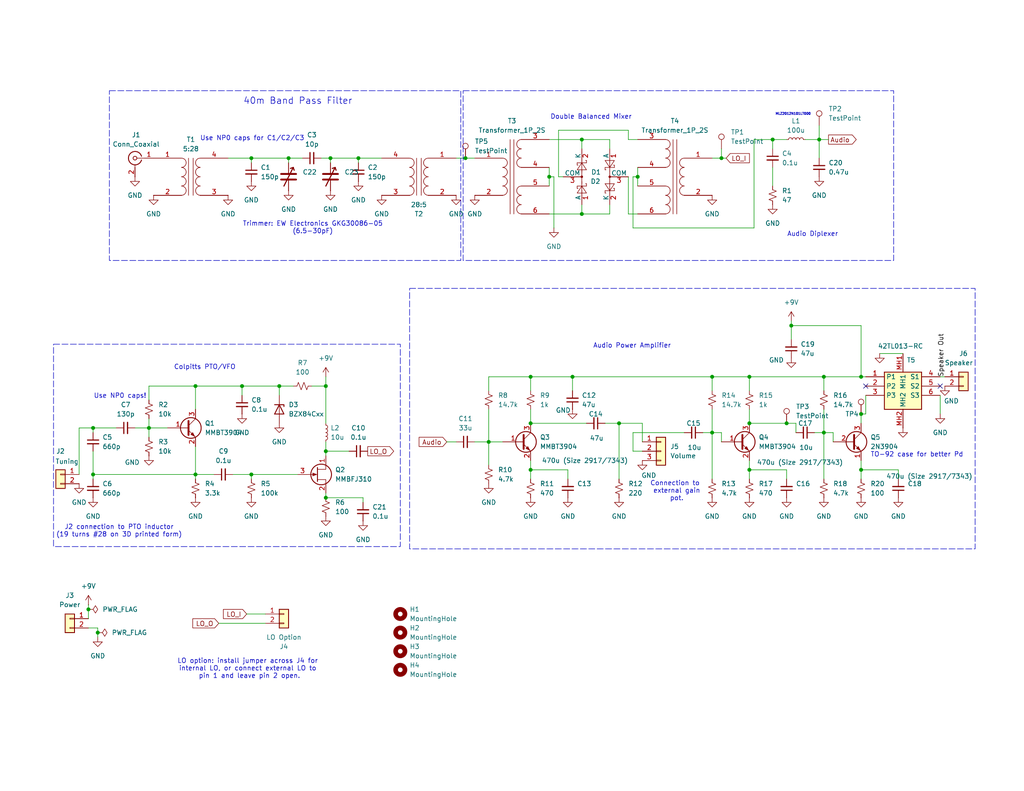
<source format=kicad_sch>
(kicad_sch (version 20231120) (generator "eeschema") (generator_version "8.0")
  (paper "USLetter")
  (title_block (title "Thomas Jefferson Direct Conversion Receiver") (date "2025-02-21") (rev "1") (company "Circuit Design by N2CQR and KK4DAS") (comment 1 "PCB By KC1FSZ") (comment 2 "Copyright (C) Bruce MacKinnon, 2025") (comment 3 "NOT FOR COMMERCIAL USE WITHOUT PERMISSION"))
  (junction (at 88.9 135.89))
  (junction (at 173.99 48.26))
  (junction (at 53.34 105.41))
  (junction (at 88.9 123.19))
  (junction (at 90.17 43.18))
  (junction (at 88.9 105.41))
  (junction (at 204.47 128.27))
  (junction (at 149.86 48.26))
  (junction (at 40.64 116.84))
  (junction (at 24.13 166.37))
  (junction (at 194.31 102.87))
  (junction (at 26.67 172.72))
  (junction (at 156.21 102.87))
  (junction (at 144.78 102.87))
  (junction (at 53.34 129.54))
  (junction (at 25.4 129.54))
  (junction (at 127 43.18))
  (junction (at 210.82 38.1))
  (junction (at 158.75 58.42))
  (junction (at 68.58 43.18))
  (junction (at 168.91 115.57))
  (junction (at 66.04 105.41))
  (junction (at 215.9 88.9))
  (junction (at 25.4 116.84))
  (junction (at 133.35 120.65))
  (junction (at 204.47 115.57))
  (junction (at 234.95 113.03))
  (junction (at 224.79 102.87))
  (junction (at 194.31 118.11))
  (junction (at 144.78 128.27))
  (junction (at 196.85 43.18))
  (junction (at 158.75 38.1))
  (junction (at 234.95 128.27))
  (junction (at 204.47 102.87))
  (junction (at 76.2 105.41))
  (junction (at 144.78 115.57))
  (junction (at 78.74 43.18))
  (junction (at 234.95 102.87))
  (junction (at 68.58 129.54))
  (junction (at 224.79 118.11))
  (junction (at 223.52 38.1))
  (junction (at 97.79 43.18))
  (junction (at 214.63 115.57))
  (no_connect (at 236.22 105.41))
  (no_connect (at 256.54 105.41))
  (wire (pts (xy 40.64 116.84) (xy 45.72 116.84)))
  (wire (pts (xy 97.79 43.18) (xy 104.14 43.18)))
  (wire (pts (xy 25.4 129.54) (xy 53.34 129.54)))
  (wire (pts (xy 53.34 105.41) (xy 53.34 111.76)))
  (wire (pts (xy 144.78 111.76) (xy 144.78 115.57)))
  (wire (pts (xy 168.91 115.57) (xy 175.26 115.57)))
  (wire (pts (xy 124.46 43.18) (xy 127 43.18)))
  (wire (pts (xy 227.33 118.11) (xy 227.33 120.65)))
  (wire (pts (xy 205.74 62.23) (xy 205.74 38.1)))
  (wire (pts (xy 40.64 116.84) (xy 40.64 119.38)))
  (wire (pts (xy 26.67 172.72) (xy 26.67 173.99)))
  (wire (pts (xy 196.85 40.64) (xy 196.85 43.18)))
  (wire (pts (xy 204.47 128.27) (xy 204.47 130.81)))
  (wire (pts (xy 204.47 125.73) (xy 204.47 128.27)))
  (wire (pts (xy 62.23 43.18) (xy 68.58 43.18)))
  (wire (pts (xy 24.13 171.45) (xy 26.67 171.45)))
  (wire (pts (xy 234.95 128.27) (xy 245.11 128.27)))
  (wire (pts (xy 25.4 118.11) (xy 25.4 116.84)))
  (wire (pts (xy 166.37 38.1) (xy 158.75 38.1)))
  (wire (pts (xy 236.22 113.03) (xy 234.95 113.03)))
  (wire (pts (xy 166.37 55.88) (xy 166.37 58.42)))
  (wire (pts (xy 151.13 62.23) (xy 151.13 48.26)))
  (wire (pts (xy 240.03 96.52) (xy 246.38 96.52)))
  (wire (pts (xy 175.26 123.19) (xy 172.72 123.19)))
  (wire (pts (xy 88.9 123.19) (xy 95.25 123.19)))
  (wire (pts (xy 204.47 106.68) (xy 204.47 102.87)))
  (wire (pts (xy 256.54 107.95) (xy 256.54 113.03)))
  (wire (pts (xy 222.25 118.11) (xy 224.79 118.11)))
  (wire (pts (xy 234.95 125.73) (xy 234.95 128.27)))
  (wire (pts (xy 234.95 128.27) (xy 234.95 130.81)))
  (wire (pts (xy 204.47 128.27) (xy 214.63 128.27)))
  (wire (pts (xy 68.58 129.54) (xy 81.28 129.54)))
  (wire (pts (xy 171.45 58.42) (xy 171.45 48.26)))
  (wire (pts (xy 158.75 58.42) (xy 158.75 55.88)))
  (wire (pts (xy 144.78 115.57) (xy 160.02 115.57)))
  (wire (pts (xy 224.79 106.68) (xy 224.79 102.87)))
  (wire (pts (xy 151.13 48.26) (xy 149.86 48.26)))
  (wire (pts (xy 88.9 105.41) (xy 88.9 115.57)))
  (wire (pts (xy 156.21 102.87) (xy 194.31 102.87)))
  (wire (pts (xy 224.79 118.11) (xy 227.33 118.11)))
  (wire (pts (xy 256.54 102.87) (xy 257.81 102.87)))
  (wire (pts (xy 144.78 128.27) (xy 154.94 128.27)))
  (wire (pts (xy 154.94 130.81) (xy 154.94 128.27)))
  (wire (pts (xy 53.34 105.41) (xy 66.04 105.41)))
  (wire (pts (xy 168.91 115.57) (xy 168.91 130.81)))
  (wire (pts (xy 76.2 105.41) (xy 76.2 107.95)))
  (wire (pts (xy 171.45 38.1) (xy 173.99 38.1)))
  (wire (pts (xy 68.58 43.18) (xy 68.58 44.45)))
  (wire (pts (xy 129.54 120.65) (xy 133.35 120.65)))
  (wire (pts (xy 78.74 43.18) (xy 78.74 44.45)))
  (wire (pts (xy 217.17 118.11) (xy 217.17 115.57)))
  (wire (pts (xy 191.77 118.11) (xy 194.31 118.11)))
  (wire (pts (xy 172.72 62.23) (xy 205.74 62.23)))
  (wire (pts (xy 210.82 45.72) (xy 210.82 50.8)))
  (wire (pts (xy 214.63 115.57) (xy 217.17 115.57)))
  (wire (pts (xy 223.52 34.29) (xy 223.52 38.1)))
  (wire (pts (xy 223.52 38.1) (xy 223.52 43.18)))
  (wire (pts (xy 210.82 38.1) (xy 214.63 38.1)))
  (wire (pts (xy 224.79 102.87) (xy 234.95 102.87)))
  (wire (pts (xy 88.9 134.62) (xy 88.9 135.89)))
  (wire (pts (xy 172.72 123.19) (xy 172.72 118.11)))
  (wire (pts (xy 90.17 43.18) (xy 97.79 43.18)))
  (wire (pts (xy 25.4 129.54) (xy 25.4 130.81)))
  (wire (pts (xy 166.37 40.64) (xy 166.37 38.1)))
  (wire (pts (xy 25.4 123.19) (xy 25.4 129.54)))
  (wire (pts (xy 194.31 118.11) (xy 196.85 118.11)))
  (wire (pts (xy 172.72 118.11) (xy 186.69 118.11)))
  (wire (pts (xy 149.86 58.42) (xy 158.75 58.42)))
  (wire (pts (xy 149.86 48.26) (xy 149.86 50.8)))
  (wire (pts (xy 215.9 87.63) (xy 215.9 88.9)))
  (wire (pts (xy 90.17 43.18) (xy 90.17 44.45)))
  (wire (pts (xy 76.2 105.41) (xy 80.01 105.41)))
  (wire (pts (xy 224.79 111.76) (xy 224.79 118.11)))
  (wire (pts (xy 53.34 129.54) (xy 58.42 129.54)))
  (wire (pts (xy 175.26 115.57) (xy 175.26 120.65)))
  (wire (pts (xy 204.47 111.76) (xy 204.47 115.57)))
  (wire (pts (xy 133.35 120.65) (xy 137.16 120.65)))
  (wire (pts (xy 149.86 38.1) (xy 158.75 38.1)))
  (wire (pts (xy 224.79 118.11) (xy 224.79 130.81)))
  (wire (pts (xy 149.86 45.72) (xy 149.86 48.26)))
  (wire (pts (xy 204.47 115.57) (xy 214.63 115.57)))
  (wire (pts (xy 87.63 43.18) (xy 90.17 43.18)))
  (wire (pts (xy 25.4 116.84) (xy 31.75 116.84)))
  (wire (pts (xy 133.35 120.65) (xy 133.35 127)))
  (wire (pts (xy 53.34 121.92) (xy 53.34 129.54)))
  (wire (pts (xy 88.9 120.65) (xy 88.9 123.19)))
  (wire (pts (xy 36.83 116.84) (xy 40.64 116.84)))
  (wire (pts (xy 21.59 129.54) (xy 21.59 116.84)))
  (wire (pts (xy 156.21 106.68) (xy 156.21 102.87)))
  (wire (pts (xy 144.78 128.27) (xy 144.78 130.81)))
  (wire (pts (xy 40.64 109.22) (xy 40.64 105.41)))
  (wire (pts (xy 194.31 43.18) (xy 196.85 43.18)))
  (wire (pts (xy 210.82 40.64) (xy 210.82 38.1)))
  (wire (pts (xy 196.85 118.11) (xy 196.85 120.65)))
  (wire (pts (xy 173.99 58.42) (xy 171.45 58.42)))
  (wire (pts (xy 68.58 43.18) (xy 78.74 43.18)))
  (wire (pts (xy 88.9 123.19) (xy 88.9 124.46)))
  (wire (pts (xy 173.99 48.26) (xy 172.72 48.26)))
  (wire (pts (xy 156.21 102.87) (xy 144.78 102.87)))
  (wire (pts (xy 214.63 130.81) (xy 214.63 128.27)))
  (wire (pts (xy 234.95 113.03) (xy 234.95 115.57)))
  (wire (pts (xy 194.31 106.68) (xy 194.31 102.87)))
  (wire (pts (xy 24.13 165.1) (xy 24.13 166.37)))
  (wire (pts (xy 66.04 105.41) (xy 76.2 105.41)))
  (wire (pts (xy 40.64 105.41) (xy 53.34 105.41)))
  (wire (pts (xy 24.13 166.37) (xy 24.13 168.91)))
  (wire (pts (xy 234.95 102.87) (xy 236.22 102.87)))
  (wire (pts (xy 173.99 48.26) (xy 173.99 50.8)))
  (wire (pts (xy 234.95 88.9) (xy 234.95 102.87)))
  (wire (pts (xy 166.37 58.42) (xy 158.75 58.42)))
  (wire (pts (xy 63.5 129.54) (xy 68.58 129.54)))
  (wire (pts (xy 97.79 43.18) (xy 97.79 44.45)))
  (wire (pts (xy 53.34 129.54) (xy 53.34 130.81)))
  (wire (pts (xy 236.22 107.95) (xy 236.22 113.03)))
  (wire (pts (xy 194.31 118.11) (xy 194.31 130.81)))
  (wire (pts (xy 215.9 88.9) (xy 234.95 88.9)))
  (wire (pts (xy 144.78 102.87) (xy 144.78 106.68)))
  (wire (pts (xy 204.47 102.87) (xy 224.79 102.87)))
  (wire (pts (xy 152.4 35.56) (xy 171.45 35.56)))
  (wire (pts (xy 152.4 48.26) (xy 152.4 35.56)))
  (wire (pts (xy 173.99 45.72) (xy 173.99 48.26)))
  (wire (pts (xy 26.67 171.45) (xy 26.67 172.72)))
  (wire (pts (xy 133.35 102.87) (xy 144.78 102.87)))
  (wire (pts (xy 144.78 125.73) (xy 144.78 128.27)))
  (wire (pts (xy 196.85 43.18) (xy 198.12 43.18)))
  (wire (pts (xy 85.09 105.41) (xy 88.9 105.41)))
  (wire (pts (xy 194.31 102.87) (xy 204.47 102.87)))
  (wire (pts (xy 68.58 129.54) (xy 68.58 130.81)))
  (wire (pts (xy 66.04 105.41) (xy 66.04 107.95)))
  (wire (pts (xy 21.59 116.84) (xy 25.4 116.84)))
  (wire (pts (xy 127 43.18) (xy 129.54 43.18)))
  (wire (pts (xy 133.35 111.76) (xy 133.35 120.65)))
  (wire (pts (xy 223.52 38.1) (xy 226.06 38.1)))
  (wire (pts (xy 59.69 170.18) (xy 72.39 170.18)))
  (wire (pts (xy 88.9 102.87) (xy 88.9 105.41)))
  (wire (pts (xy 171.45 35.56) (xy 171.45 38.1)))
  (wire (pts (xy 121.92 120.65) (xy 124.46 120.65)))
  (wire (pts (xy 165.1 115.57) (xy 168.91 115.57)))
  (wire (pts (xy 78.74 43.18) (xy 82.55 43.18)))
  (wire (pts (xy 172.72 48.26) (xy 172.72 62.23)))
  (wire (pts (xy 40.64 114.3) (xy 40.64 116.84)))
  (wire (pts (xy 205.74 38.1) (xy 210.82 38.1)))
  (wire (pts (xy 245.11 130.81) (xy 245.11 128.27)))
  (wire (pts (xy 67.31 167.64) (xy 72.39 167.64)))
  (wire (pts (xy 194.31 111.76) (xy 194.31 118.11)))
  (wire (pts (xy 153.67 48.26) (xy 152.4 48.26)))
  (wire (pts (xy 99.06 135.89) (xy 88.9 135.89)))
  (wire (pts (xy 158.75 38.1) (xy 158.75 40.64)))
  (wire (pts (xy 133.35 106.68) (xy 133.35 102.87)))
  (wire (pts (xy 219.71 38.1) (xy 223.52 38.1)))
  (wire (pts (xy 99.06 137.16) (xy 99.06 135.89)))
  (wire (pts (xy 215.9 88.9) (xy 215.9 92.71)))
  (rectangle (start 111.76 78.74) (end 266.065 149.86) (stroke (width 0) (type dash)))
  (rectangle (start 14.605 93.98) (end 109.22 149.225) (stroke (width 0) (type dash)))
  (rectangle (start 29.845 24.765) (end 125.73 71.12) (stroke (width 0) (type dash)))
  (rectangle (start 126.365 24.765) (end 243.84 71.12) (stroke (width 0) (type dash)))
  (text "Trimmer: EW Electronics GKG30086-05\n(6.5-30pF)\n" (at 85.344 62.23 0) (effects (font (size 1.27 1.27))))
  (text "Audio Diplexer" (at 221.742 64.008 0) (effects (font (size 1.27 1.27))))
  (text "MLZ2012N101LT000" (at 216.408 31.242 0) (effects (font (size 0.635 0.635))))
  (text "40m Band Pass Filter" (at 81.28 27.686 0) (effects (font (size 1.778 1.778))))
  (text "LO option: install jumper across J4 for \ninternal LO, or connect external LO to \npin 1 and leave pin 2 open." (at 68.072 182.626 0) (effects (font (size 1.27 1.27))))
  (text "J2 connection to PTO inductor\n(19 turns #28 on 3D printed form)" (at 32.512 145.034 0) (effects (font (size 1.27 1.27))))
  (text "Use NP0 caps for C1/C2/C3" (at 68.834 37.846 0) (effects (font (size 1.27 1.27))))
  (text "Colpitts PTO/VFO" (at 55.88 100.33 0) (effects (font (size 1.27 1.27))))
  (text "Connection to \nexternal gain\npot." (at 184.658 134.112 0) (effects (font (size 1.27 1.27))))
  (text "Double Balanced Mixer" (at 161.29 32.004 0) (effects (font (size 1.27 1.27))))
  (text "Use NP0 caps!" (at 32.766 108.204 0) (effects (font (size 1.27 1.27))))
  (text "Audio Power Amplifier" (at 172.466 94.488 0) (effects (font (size 1.27 1.27))))
  (text "TO-92 case for better Pd" (at 250.19 124.206 0) (effects (font (size 1.27 1.27))))
  (label "Speaker Out" (at 257.81 102.87 90))
  (global_label "LO_I" (shape input) (at 67.31 167.64 180) (property "Intersheetrefs" "${INTERSHEET_REFS}" (effects (hide yes))))
  (global_label "LO_I" (shape input) (at 198.12 43.18 0) (property "Intersheetrefs" "${INTERSHEET_REFS}" (effects (hide yes))))
  (global_label "Audio" (shape input) (at 121.92 120.65 180) (property "Intersheetrefs" "${INTERSHEET_REFS}" (effects (hide yes))))
  (global_label "LO_O" (shape output) (at 100.33 123.19 0) (property "Intersheetrefs" "${INTERSHEET_REFS}" (effects (hide yes))))
  (global_label "Audio" (shape output) (at 226.06 38.1 0) (property "Intersheetrefs" "${INTERSHEET_REFS}" (effects (hide yes))))
  (global_label "LO_O" (shape input) (at 59.69 170.18 180) (property "Intersheetrefs" "${INTERSHEET_REFS}" (effects (hide yes))))
  (symbol (lib_id "Device:R_Small_US") (at 144.78 133.35 0) (unit 1)
    (property "Reference" "R11" (at 147.32 132.0799 0) (effects (justify left)))
    (property "Value" "470" (at 147.32 134.6199 0) (effects (justify left)))
    (property "Footprint" "Resistor_SMD:R_0805_2012Metric_Pad1.20x1.40mm_HandSolder" (effects (hide yes)))
    (property "Description" "Resistor, small US symbol" (effects (hide yes)))
  )
  (symbol (lib_id "Device:R_Small_US") (at 68.58 133.35 0) (unit 1)
    (property "Reference" "R5" (at 71.12 132.0799 0) (effects (justify left)))
    (property "Value" "100k" (at 71.12 134.6199 0) (effects (justify left)))
    (property "Footprint" "Resistor_SMD:R_0805_2012Metric_Pad1.20x1.40mm_HandSolder" (effects (hide yes)))
    (property "Description" "Resistor, small US symbol" (effects (hide yes)))
  )
  (symbol (lib_id "Device:Transformer_1P_2S") (at 139.7 48.26 0) (unit 1)
    (property "Reference" "T3" (at 139.7 33.02 0))
    (property "Value" "Transformer_1P_2S" (at 139.7 35.56 0))
    (property "Footprint" "bruce-footprints:SmallTrifilar" (effects (hide yes)))
    (property "Description" "Transformer, single primary, dual secondary" (effects (hide yes)))
  )
  (symbol (lib_id "Mechanical:MountingHole") (at 109.22 172.72 0) (unit 1) (exclude_from_sim yes) (in_bom no)
    (property "Reference" "H2" (at 111.76 171.4499 0) (effects (justify left)))
    (property "Value" "MountingHole" (at 111.76 173.9899 0) (effects (justify left)))
    (property "Footprint" "MountingHole:MountingHole_2.5mm" (effects (hide yes)))
    (property "Description" "Mounting Hole without connection" (effects (hide yes)))
  )
  (symbol (lib_id "power:+9V") (at 24.13 165.1 0) (unit 1)
    (property "Reference" "#PWR022" (effects (hide yes)))
    (property "Value" "+9V" (at 24.13 160.02 0))
    (property "Description" "Power symbol creates a global label with name \"+9V\"" (effects (hide yes)))
  )
  (symbol (lib_id "Diode:BZX84Cxx") (at 76.2 111.76 270) (unit 1)
    (property "Reference" "D3" (at 78.74 110.4899 90) (effects (justify left)))
    (property "Value" "BZX84Cxx" (at 78.74 113.0299 90) (effects (justify left)))
    (property "Footprint" "Package_TO_SOT_SMD:SOT-23" (effects (hide yes)))
    (property "Datasheet" "https://diotec.com/tl_files/diotec/files/pdf/datasheets/bzx84c2v4.pdf" (effects (hide yes)))
    (property "Description" "300mW Zener Diode, SOT-23" (effects (hide yes)))
  )
  (symbol (lib_id "power:GND") (at 240.03 96.52 0) (unit 1)
    (property "Reference" "#PWR044" (effects (hide yes)))
    (property "Value" "GND" (effects (hide yes)))
    (property "Description" "Power symbol creates a global label with name \"GND\" , ground" (effects (hide yes)))
  )
  (symbol (lib_id "power:GND") (at 53.34 135.89 0) (unit 1)
    (property "Reference" "#PWR015" (effects (hide yes)))
    (property "Value" "GND" (at 53.34 140.97 0))
    (property "Description" "Power symbol creates a global label with name \"GND\" , ground" (effects (hide yes)))
  )
  (symbol (lib_id "power:GND") (at 154.94 135.89 0) (unit 1)
    (property "Reference" "#PWR025" (effects (hide yes)))
    (property "Value" "GND" (at 154.94 140.97 0))
    (property "Description" "Power symbol creates a global label with name \"GND\" , ground" (effects (hide yes)))
  )
  (symbol (lib_id "Transistor_BJT:2N3904") (at 232.41 120.65 0) (unit 1)
    (property "Reference" "Q5" (at 237.49 119.3799 0) (effects (justify left)))
    (property "Value" "2N3904" (at 237.49 121.9199 0) (effects (justify left)))
    (property "Footprint" "Package_TO_SOT_THT:TO-92_Inline" (effects (hide yes)))
    (property "Datasheet" "https://www.onsemi.com/pub/Collateral/2N3903-D.PDF" (effects (hide yes)))
    (property "Description" "0.2A Ic, 40V Vce, Small Signal NPN Transistor, TO-92" (effects (hide yes)))
  )
  (symbol (lib_id "Device:C_Small") (at 245.11 133.35 180) (unit 1)
    (property "Reference" "C18" (at 247.65 132.0735 0) (effects (justify right)))
    (property "Value" "470u (Size 2917/7343)" (at 241.808 130.048 0) (effects (justify right)))
    (property "Footprint" "bruce-footprints:CP_EIA-7343" (effects (hide yes)))
    (property "Description" "Unpolarized capacitor, small symbol" (effects (hide yes)))
  )
  (symbol (lib_id "power:GND") (at 194.31 135.89 0) (unit 1)
    (property "Reference" "#PWR027" (effects (hide yes)))
    (property "Value" "GND" (at 194.31 140.97 0))
    (property "Description" "Power symbol creates a global label with name \"GND\" , ground" (effects (hide yes)))
  )
  (symbol (lib_id "Device:Transformer_1P_1S") (at 114.3 48.26 0) (mirror y) (unit 1)
    (property "Reference" "T2" (at 114.2873 58.42 0))
    (property "Value" "28:5" (at 114.2873 55.88 0))
    (property "Footprint" "Transformer_THT:Transformer_Toroid_Horizontal_D9.0mm_Amidon-T30" (effects (hide yes)))
    (property "Description" "Transformer, single primary, single secondary" (effects (hide yes)))
  )
  (symbol (lib_id "Device:C_Small") (at 154.94 133.35 180) (unit 1)
    (property "Reference" "C13" (at 157.48 132.0735 0) (effects (justify right)))
    (property "Value" "470u (Size 2917/7343)" (at 147.828 125.73 0) (effects (justify right)))
    (property "Footprint" "bruce-footprints:CP_EIA-7343" (effects (hide yes)))
    (property "Description" "Unpolarized capacitor, small symbol" (effects (hide yes)))
  )
  (symbol (lib_id "Device:L_Small") (at 217.17 38.1 90) (unit 1)
    (property "Reference" "L1" (at 217.17 33.02 90))
    (property "Value" "100u" (at 217.17 35.56 90))
    (property "Footprint" "Inductor_SMD:L_1210_3225Metric_Pad1.42x2.65mm_HandSolder" (effects (hide yes)))
    (property "Description" "Inductor, small symbol" (effects (hide yes)))
  )
  (symbol (lib_id "Connector:Conn_Coaxial") (at 36.83 43.18 0) (mirror y) (unit 1)
    (property "Reference" "J1" (at 37.1474 36.83 0))
    (property "Value" "Conn_Coaxial" (at 37.1474 39.37 0))
    (property "Footprint" "Connector_PinHeader_2.54mm:PinHeader_1x02_P2.54mm_Vertical" (effects (hide yes)))
    (property "Description" "coaxial connector (BNC, SMA, SMB, SMC, Cinch/RCA, LEMO, ...)" (effects (hide yes)))
  )
  (symbol (lib_id "Device:C_Small") (at 85.09 43.18 90) (unit 1)
    (property "Reference" "C3" (at 85.0963 36.83 90))
    (property "Value" "10p" (at 85.0963 39.37 90))
    (property "Footprint" "Capacitor_SMD:C_0805_2012Metric_Pad1.18x1.45mm_HandSolder" (effects (hide yes)))
    (property "Description" "Unpolarized capacitor, small symbol" (effects (hide yes)))
  )
  (symbol (lib_id "power:+9V") (at 88.9 102.87 0) (unit 1)
    (property "Reference" "#PWR020" (effects (hide yes)))
    (property "Value" "+9V" (at 88.9 97.79 0))
    (property "Description" "Power symbol creates a global label with name \"+9V\"" (effects (hide yes)))
  )
  (symbol (lib_id "power:GND") (at 78.74 52.07 0) (unit 1)
    (property "Reference" "#PWR041" (effects (hide yes)))
    (property "Value" "GND" (at 78.74 57.15 0))
    (property "Description" "Power symbol creates a global label with name \"GND\" , ground" (effects (hide yes)))
  )
  (symbol (lib_id "Device:C_Small") (at 162.56 115.57 270) (unit 1)
    (property "Reference" "C14" (at 162.56 113.03 90))
    (property "Value" "47u" (at 162.814 119.634 90))
    (property "Footprint" "Capacitor_SMD:C_0805_2012Metric_Pad1.18x1.45mm_HandSolder" (effects (hide yes)))
    (property "Description" "Unpolarized capacitor, small symbol" (effects (hide yes)))
  )
  (symbol (lib_id "Device:C_Small") (at 97.79 123.19 90) (unit 1)
    (property "Reference" "C10" (at 97.7963 116.84 90))
    (property "Value" "0.1u" (at 97.7963 119.38 90))
    (property "Footprint" "Capacitor_SMD:C_0805_2012Metric_Pad1.18x1.45mm_HandSolder" (effects (hide yes)))
    (property "Description" "Unpolarized capacitor, small symbol" (effects (hide yes)))
  )
  (symbol (lib_id "power:GND") (at 151.13 62.23 0) (unit 1)
    (property "Reference" "#PWR09" (effects (hide yes)))
    (property "Value" "GND" (at 151.13 67.31 0))
    (property "Description" "Power symbol creates a global label with name \"GND\" , ground" (effects (hide yes)))
  )
  (symbol (lib_id "Device:R_Small_US") (at 40.64 121.92 0) (unit 1)
    (property "Reference" "R3" (at 43.18 120.6499 0) (effects (justify left)))
    (property "Value" "10k" (at 43.18 123.1899 0) (effects (justify left)))
    (property "Footprint" "Resistor_SMD:R_0805_2012Metric_Pad1.20x1.40mm_HandSolder" (effects (hide yes)))
    (property "Description" "Resistor, small US symbol" (effects (hide yes)))
  )
  (symbol (lib_id "Connector:TestPoint") (at 214.63 115.57 0) (unit 1)
    (property "Reference" "TP3" (at 217.17 110.9979 0) (effects (justify left)))
    (property "Value" "TestPoint" (at 217.17 113.5379 0) (effects (justify left)))
    (property "Footprint" "TestPoint:TestPoint_Pad_1.5x1.5mm" (effects (hide yes)))
    (property "Description" "test point" (effects (hide yes)))
  )
  (symbol (lib_id "power:GND") (at 68.58 135.89 0) (unit 1)
    (property "Reference" "#PWR018" (effects (hide yes)))
    (property "Value" "GND" (at 68.58 140.97 0))
    (property "Description" "Power symbol creates a global label with name \"GND\" , ground" (effects (hide yes)))
  )
  (symbol (lib_id "Device:R_Small_US") (at 204.47 133.35 0) (unit 1)
    (property "Reference" "R17" (at 207.01 132.0799 0) (effects (justify left)))
    (property "Value" "470" (at 207.01 134.6199 0) (effects (justify left)))
    (property "Footprint" "Resistor_SMD:R_0805_2012Metric_Pad1.20x1.40mm_HandSolder" (effects (hide yes)))
    (property "Description" "Resistor, small US symbol" (effects (hide yes)))
  )
  (symbol (lib_id "Device:C_Small") (at 215.9 95.25 180) (unit 1)
    (property "Reference" "C19" (at 218.44 93.9735 0) (effects (justify right)))
    (property "Value" "47u" (at 218.44 96.5135 0) (effects (justify right)))
    (property "Footprint" "Capacitor_SMD:C_0805_2012Metric_Pad1.18x1.45mm_HandSolder" (effects (hide yes)))
    (property "Description" "Unpolarized capacitor, small symbol" (effects (hide yes)))
  )
  (symbol (lib_id "power:GND") (at 234.95 135.89 0) (unit 1)
    (property "Reference" "#PWR033" (effects (hide yes)))
    (property "Value" "GND" (at 234.95 140.97 0))
    (property "Description" "Power symbol creates a global label with name \"GND\" , ground" (effects (hide yes)))
  )
  (symbol (lib_id "Device:R_Small_US") (at 168.91 133.35 0) (unit 1)
    (property "Reference" "R12" (at 171.45 132.0799 0) (effects (justify left)))
    (property "Value" "220" (at 171.45 134.6199 0) (effects (justify left)))
    (property "Footprint" "Resistor_SMD:R_0805_2012Metric_Pad1.20x1.40mm_HandSolder" (effects (hide yes)))
    (property "Description" "Resistor, small US symbol" (effects (hide yes)))
  )
  (symbol (lib_id "Device:R_Small_US") (at 210.82 53.34 0) (unit 1)
    (property "Reference" "R1" (at 213.36 52.0699 0) (effects (justify left)))
    (property "Value" "47" (at 213.36 54.6099 0) (effects (justify left)))
    (property "Footprint" "Resistor_SMD:R_0805_2012Metric_Pad1.20x1.40mm_HandSolder" (effects (hide yes)))
    (property "Description" "Resistor, small US symbol" (effects (hide yes)))
  )
  (symbol (lib_id "Device:R_Small_US") (at 133.35 109.22 0) (unit 1)
    (property "Reference" "R8" (at 135.89 107.9499 0) (effects (justify left)))
    (property "Value" "14.7k" (at 135.89 110.4899 0) (effects (justify left)))
    (property "Footprint" "Resistor_SMD:R_0805_2012Metric_Pad1.20x1.40mm_HandSolder" (effects (hide yes)))
    (property "Description" "Resistor, small US symbol" (effects (hide yes)))
  )
  (symbol (lib_id "power:GND") (at 223.52 48.26 0) (unit 1)
    (property "Reference" "#PWR039" (effects (hide yes)))
    (property "Value" "GND" (at 223.52 53.34 0))
    (property "Description" "Power symbol creates a global label with name \"GND\" , ground" (effects (hide yes)))
  )
  (symbol (lib_id "power:GND") (at 133.35 132.08 0) (unit 1)
    (property "Reference" "#PWR023" (effects (hide yes)))
    (property "Value" "GND" (at 133.35 137.16 0))
    (property "Description" "Power symbol creates a global label with name \"GND\" , ground" (effects (hide yes)))
  )
  (symbol (lib_id "Device:C_Small") (at 25.4 133.35 0) (unit 1)
    (property "Reference" "C6" (at 27.94 132.0862 0) (effects (justify left)))
    (property "Value" "660p" (at 27.94 134.6262 0) (effects (justify left)))
    (property "Footprint" "Capacitor_SMD:C_0805_2012Metric_Pad1.18x1.45mm_HandSolder" (effects (hide yes)))
    (property "Description" "Unpolarized capacitor, small symbol" (effects (hide yes)))
  )
  (symbol (lib_id "Device:R_Small_US") (at 82.55 105.41 90) (unit 1)
    (property "Reference" "R7" (at 82.55 99.06 90))
    (property "Value" "100" (at 82.55 101.6 90))
    (property "Footprint" "Resistor_SMD:R_0805_2012Metric_Pad1.20x1.40mm_HandSolder" (effects (hide yes)))
    (property "Description" "Resistor, small US symbol" (effects (hide yes)))
  )
  (symbol (lib_id "Mechanical:MountingHole") (at 109.22 167.64 0) (unit 1) (exclude_from_sim yes) (in_bom no)
    (property "Reference" "H1" (at 111.76 166.3699 0) (effects (justify left)))
    (property "Value" "MountingHole" (at 111.76 168.9099 0) (effects (justify left)))
    (property "Footprint" "MountingHole:MountingHole_2.5mm" (effects (hide yes)))
    (property "Description" "Mounting Hole without connection" (effects (hide yes)))
  )
  (symbol (lib_id "symbol-library-1:MMBFJ310") (at 86.36 129.54 0) (unit 1)
    (property "Reference" "Q2" (at 91.44 128.2699 0) (effects (justify left)))
    (property "Value" "MMBFJ310" (at 91.44 130.8099 0) (effects (justify left)))
    (property "Footprint" "Package_TO_SOT_SMD:SOT-23" (effects (hide yes)))
    (property "Description" "N-Channel JFET, SOT-23" (effects (hide yes)))
  )
  (symbol (lib_id "power:GND") (at 26.67 173.99 0) (unit 1)
    (property "Reference" "#PWR021" (effects (hide yes)))
    (property "Value" "GND" (at 26.67 179.07 0))
    (property "Description" "Power symbol creates a global label with name \"GND\" , ground" (effects (hide yes)))
  )
  (symbol (lib_id "Device:C_Small") (at 219.71 118.11 270) (unit 1)
    (property "Reference" "C17" (at 219.71 115.57 90))
    (property "Value" "10u" (at 219.964 122.174 90))
    (property "Footprint" "Capacitor_SMD:C_0805_2012Metric_Pad1.18x1.45mm_HandSolder" (effects (hide yes)))
    (property "Description" "Unpolarized capacitor, small symbol" (effects (hide yes)))
  )
  (symbol (lib_id "power:GND") (at 144.78 135.89 0) (unit 1)
    (property "Reference" "#PWR024" (effects (hide yes)))
    (property "Value" "GND" (at 144.78 140.97 0))
    (property "Description" "Power symbol creates a global label with name \"GND\" , ground" (effects (hide yes)))
  )
  (symbol (lib_id "power:GND") (at 168.91 135.89 0) (unit 1)
    (property "Reference" "#PWR026" (effects (hide yes)))
    (property "Value" "GND" (at 168.91 140.97 0))
    (property "Description" "Power symbol creates a global label with name \"GND\" , ground" (effects (hide yes)))
  )
  (symbol (lib_id "power:GND") (at 245.11 135.89 0) (unit 1)
    (property "Reference" "#PWR034" (effects (hide yes)))
    (property "Value" "GND" (at 245.11 140.97 0))
    (property "Description" "Power symbol creates a global label with name \"GND\" , ground" (effects (hide yes)))
  )
  (symbol (lib_id "Connector_Generic:Conn_01x02") (at 77.47 167.64 0) (unit 1)
    (property "Reference" "J4" (at 77.47 176.53 0))
    (property "Value" "LO Option" (at 77.47 173.99 0))
    (property "Footprint" "Connector_PinHeader_2.54mm:PinHeader_1x02_P2.54mm_Vertical" (effects (hide yes)))
    (property "Description" "Generic connector, single row, 01x02, script generated (kicad-library-utils/schlib/autogen/connector/)" (effects (hide yes)))
  )
  (symbol (lib_id "Connector_Generic:Conn_01x03") (at 180.34 123.19 0) (unit 1)
    (property "Reference" "J5" (at 182.88 121.9199 0) (effects (justify left)))
    (property "Value" "Volume" (at 182.88 124.4599 0) (effects (justify left)))
    (property "Footprint" "Connector_PinHeader_2.54mm:PinHeader_1x03_P2.54mm_Vertical" (effects (hide yes)))
    (property "Description" "Generic connector, single row, 01x03, script generated (kicad-library-utils/schlib/autogen/connector/)" (effects (hide yes)))
  )
  (symbol (lib_id "Mechanical:MountingHole") (at 109.22 182.88 0) (unit 1) (exclude_from_sim yes) (in_bom no)
    (property "Reference" "H4" (at 111.76 181.6099 0) (effects (justify left)))
    (property "Value" "MountingHole" (at 111.76 184.1499 0) (effects (justify left)))
    (property "Footprint" "MountingHole:MountingHole_2.5mm" (effects (hide yes)))
    (property "Description" "Mounting Hole without connection" (effects (hide yes)))
  )
  (symbol (lib_id "power:GND") (at 62.23 53.34 0) (unit 1)
    (property "Reference" "#PWR03" (effects (hide yes)))
    (property "Value" "GND" (at 62.23 58.42 0))
    (property "Description" "Power symbol creates a global label with name \"GND\" , ground" (effects (hide yes)))
  )
  (symbol (lib_id "power:GND") (at 210.82 55.88 0) (unit 1)
    (property "Reference" "#PWR011" (effects (hide yes)))
    (property "Value" "GND" (at 210.82 60.96 0))
    (property "Description" "Power symbol creates a global label with name \"GND\" , ground" (effects (hide yes)))
  )
  (symbol (lib_id "Connector:TestPoint") (at 127 43.18 0) (unit 1)
    (property "Reference" "TP5" (at 129.54 38.6079 0) (effects (justify left)))
    (property "Value" "TestPoint" (at 129.54 41.1479 0) (effects (justify left)))
    (property "Footprint" "TestPoint:TestPoint_Pad_1.5x1.5mm" (effects (hide yes)))
    (property "Description" "test point" (effects (hide yes)))
  )
  (symbol (lib_id "power:GND") (at 224.79 135.89 0) (unit 1)
    (property "Reference" "#PWR032" (effects (hide yes)))
    (property "Value" "GND" (at 224.79 140.97 0))
    (property "Description" "Power symbol creates a global label with name \"GND\" , ground" (effects (hide yes)))
  )
  (symbol (lib_id "Device:C_Small") (at 25.4 120.65 0) (unit 1)
    (property "Reference" "C5" (at 27.94 119.3862 0) (effects (justify left)))
    (property "Value" "660p" (at 27.94 121.9262 0) (effects (justify left)))
    (property "Footprint" "Capacitor_SMD:C_0805_2012Metric_Pad1.18x1.45mm_HandSolder" (effects (hide yes)))
    (property "Description" "Unpolarized capacitor, small symbol" (effects (hide yes)))
  )
  (symbol (lib_id "Device:C_Small") (at 68.58 46.99 0) (unit 1)
    (property "Reference" "C1" (at 71.12 45.7262 0) (effects (justify left)))
    (property "Value" "150p" (at 71.12 48.2662 0) (effects (justify left)))
    (property "Footprint" "Capacitor_SMD:C_0805_2012Metric_Pad1.18x1.45mm_HandSolder" (effects (hide yes)))
    (property "Description" "Unpolarized capacitor, small symbol" (effects (hide yes)))
  )
  (symbol (lib_id "Device:C_Small") (at 66.04 110.49 0) (unit 1)
    (property "Reference" "C8" (at 68.58 109.2262 0) (effects (justify left)))
    (property "Value" "0.1u" (at 68.58 111.7662 0) (effects (justify left)))
    (property "Footprint" "Capacitor_SMD:C_0805_2012Metric_Pad1.18x1.45mm_HandSolder" (effects (hide yes)))
    (property "Description" "Unpolarized capacitor, small symbol" (effects (hide yes)))
  )
  (symbol (lib_id "power:GND") (at 204.47 135.89 0) (unit 1)
    (property "Reference" "#PWR030" (effects (hide yes)))
    (property "Value" "GND" (at 204.47 140.97 0))
    (property "Description" "Power symbol creates a global label with name \"GND\" , ground" (effects (hide yes)))
  )
  (symbol (lib_id "Device:C_Small") (at 156.21 109.22 180) (unit 1)
    (property "Reference" "C12" (at 158.75 107.9435 0) (effects (justify right)))
    (property "Value" "47u" (at 158.75 110.4835 0) (effects (justify right)))
    (property "Footprint" "Capacitor_SMD:C_0805_2012Metric_Pad1.18x1.45mm_HandSolder" (effects (hide yes)))
    (property "Description" "Unpolarized capacitor, small symbol" (effects (hide yes)))
  )
  (symbol (lib_id "power:GND") (at 104.14 53.34 0) (unit 1)
    (property "Reference" "#PWR06" (effects (hide yes)))
    (property "Value" "GND" (at 104.14 58.42 0))
    (property "Description" "Power symbol creates a global label with name \"GND\" , ground" (effects (hide yes)))
  )
  (symbol (lib_id "power:PWR_FLAG") (at 26.67 172.72 270) (unit 1)
    (property "Reference" "#FLG02" (effects (hide yes)))
    (property "Value" "PWR_FLAG" (at 30.48 172.7199 90) (effects (justify left)))
    (property "Description" "Special symbol for telling ERC where power comes from" (effects (hide yes)))
  )
  (symbol (lib_id "power:GND") (at 66.04 113.03 0) (unit 1)
    (property "Reference" "#PWR017" (effects (hide yes)))
    (property "Value" "GND" (at 66.04 118.11 0))
    (property "Description" "Power symbol creates a global label with name \"GND\" , ground" (effects (hide yes)))
  )
  (symbol (lib_id "symbol-library-1:42TL013-RC") (at 236.22 102.87 0) (unit 1)
    (property "Reference" "T5" (at 247.396 98.298 0) (effects (justify left)))
    (property "Value" "42TL013-RC" (at 239.522 94.488 0) (effects (justify left)))
    (property "Footprint" "bruce-footprints:42TL013RC" (effects (hide yes)))
    (property "Description" "Audio Transformers / Signal Transformers XFMR 1KCT/8CT" (effects (hide yes)))
    (property "Height" "12.7" (effects (hide yes)))
    (property "Mouser Part Number" "42TL013-RC" (effects (hide yes)))
    (property "Mouser Price/Stock" "https://www.mouser.co.uk/ProductDetail/Xicon/42TL013-RC?qs=h3Xc2LqAeakHFGpwpGuhuA%3D%3D" (effects (hide yes)))
    (property "Manufacturer_Name" "Xicon" (effects (hide yes)))
    (property "Manufacturer_Part_Number" "42TL013-RC" (effects (hide yes)))
  )
  (symbol (lib_id "power:GND") (at 156.21 111.76 0) (unit 1)
    (property "Reference" "#PWR028" (effects (hide yes)))
    (property "Value" "GND" (at 153.67 112.014 0))
    (property "Description" "Power symbol creates a global label with name \"GND\" , ground" (effects (hide yes)))
  )
  (symbol (lib_id "power:GND") (at 257.81 105.41 0) (unit 1)
    (property "Reference" "#PWR038" (effects (hide yes)))
    (property "Value" "GND" (at 259.588 109.474 0))
    (property "Description" "Power symbol creates a global label with name \"GND\" , ground" (effects (hide yes)))
  )
  (symbol (lib_id "power:GND") (at 256.54 113.03 0) (unit 1)
    (property "Reference" "#PWR037" (effects (hide yes)))
    (property "Value" "GND" (at 256.54 118.11 0))
    (property "Description" "Power symbol creates a global label with name \"GND\" , ground" (effects (hide yes)))
  )
  (symbol (lib_id "Diode:BAT54S") (at 158.75 48.26 270) (mirror x) (unit 1)
    (property "Reference" "D1" (at 161.29 46.9899 90) (effects (justify left)))
    (property "Value" "BAT54S" (effects (hide yes)))
    (property "Footprint" "Package_TO_SOT_SMD:SOT-23" (effects (hide yes)))
    (property "Datasheet" "https://www.diodes.com/assets/Datasheets/ds11005.pdf" (effects (hide yes)))
    (property "Description" "Vr 30V, If 200mA, Dual schottky barrier diode, in series, SOT-323" (effects (hide yes)))
  )
  (symbol (lib_id "Device:R_Small_US") (at 144.78 109.22 0) (unit 1)
    (property "Reference" "R9" (at 147.32 107.9499 0) (effects (justify left)))
    (property "Value" "1k" (at 147.32 110.4899 0) (effects (justify left)))
    (property "Footprint" "Resistor_SMD:R_0805_2012Metric_Pad1.20x1.40mm_HandSolder" (effects (hide yes)))
    (property "Description" "Resistor, small US symbol" (effects (hide yes)))
  )
  (symbol (lib_id "Device:C_Variable") (at 90.17 48.26 0) (unit 1)
    (property "Reference" "C23" (at 93.98 46.9899 0) (effects (justify left)))
    (property "Value" "C_Variable" (effects (hide yes)))
    (property "Footprint" "bruce-footprints:VCAP_GKG30086-05_SGM-L" (effects (hide yes)))
    (property "Description" "Variable capacitor" (effects (hide yes)))
  )
  (symbol (lib_id "Device:R_Small_US") (at 133.35 129.54 0) (unit 1)
    (property "Reference" "R10" (at 135.89 128.2699 0) (effects (justify left)))
    (property "Value" "4.7k" (at 135.89 130.8099 0) (effects (justify left)))
    (property "Footprint" "Resistor_SMD:R_0805_2012Metric_Pad1.20x1.40mm_HandSolder" (effects (hide yes)))
    (property "Description" "Resistor, small US symbol" (effects (hide yes)))
  )
  (symbol (lib_id "power:GND") (at 124.46 53.34 0) (unit 1)
    (property "Reference" "#PWR07" (effects (hide yes)))
    (property "Value" "GND" (at 124.46 58.42 0))
    (property "Description" "Power symbol creates a global label with name \"GND\" , ground" (effects (hide yes)))
  )
  (symbol (lib_id "power:GND") (at 129.54 53.34 0) (unit 1)
    (property "Reference" "#PWR08" (effects (hide yes)))
    (property "Value" "GND" (at 129.54 58.42 0))
    (property "Description" "Power symbol creates a global label with name \"GND\" , ground" (effects (hide yes)))
  )
  (symbol (lib_id "Device:R_Small_US") (at 224.79 109.22 0) (unit 1)
    (property "Reference" "R16" (at 227.33 107.9499 0) (effects (justify left)))
    (property "Value" "14.7k" (at 227.33 110.4899 0) (effects (justify left)))
    (property "Footprint" "Resistor_SMD:R_0805_2012Metric_Pad1.20x1.40mm_HandSolder" (effects (hide yes)))
    (property "Description" "Resistor, small US symbol" (effects (hide yes)))
  )
  (symbol (lib_id "power:GND") (at 41.91 53.34 0) (unit 1)
    (property "Reference" "#PWR02" (effects (hide yes)))
    (property "Value" "GND" (at 41.91 58.42 0))
    (property "Description" "Power symbol creates a global label with name \"GND\" , ground" (effects (hide yes)))
  )
  (symbol (lib_id "Device:R_Small_US") (at 224.79 133.35 0) (unit 1)
    (property "Reference" "R18" (at 227.33 132.0799 0) (effects (justify left)))
    (property "Value" "4.7k" (at 227.33 134.6199 0) (effects (justify left)))
    (property "Footprint" "Resistor_SMD:R_0805_2012Metric_Pad1.20x1.40mm_HandSolder" (effects (hide yes)))
    (property "Description" "Resistor, small US symbol" (effects (hide yes)))
  )
  (symbol (lib_id "power:GND") (at 90.17 52.07 0) (unit 1)
    (property "Reference" "#PWR042" (effects (hide yes)))
    (property "Value" "GND" (at 90.17 57.15 0))
    (property "Description" "Power symbol creates a global label with name \"GND\" , ground" (effects (hide yes)))
  )
  (symbol (lib_id "power:GND") (at 68.58 49.53 0) (unit 1)
    (property "Reference" "#PWR04" (effects (hide yes)))
    (property "Value" "GND" (at 68.58 54.61 0))
    (property "Description" "Power symbol creates a global label with name \"GND\" , ground" (effects (hide yes)))
  )
  (symbol (lib_id "Device:R_Small_US") (at 88.9 138.43 0) (unit 1)
    (property "Reference" "R6" (at 91.44 137.1599 0) (effects (justify left)))
    (property "Value" "100" (at 91.44 139.6999 0) (effects (justify left)))
    (property "Footprint" "Resistor_SMD:R_0805_2012Metric_Pad1.20x1.40mm_HandSolder" (effects (hide yes)))
    (property "Description" "Resistor, small US symbol" (effects (hide yes)))
  )
  (symbol (lib_id "Device:R_Small_US") (at 204.47 109.22 0) (unit 1)
    (property "Reference" "R15" (at 207.01 107.9499 0) (effects (justify left)))
    (property "Value" "1k" (at 207.01 110.4899 0) (effects (justify left)))
    (property "Footprint" "Resistor_SMD:R_0805_2012Metric_Pad1.20x1.40mm_HandSolder" (effects (hide yes)))
    (property "Description" "Resistor, small US symbol" (effects (hide yes)))
  )
  (symbol (lib_id "Device:R_Small_US") (at 53.34 133.35 0) (unit 1)
    (property "Reference" "R4" (at 55.88 132.0799 0) (effects (justify left)))
    (property "Value" "3.3k" (at 55.88 134.6199 0) (effects (justify left)))
    (property "Footprint" "Resistor_SMD:R_0805_2012Metric_Pad1.20x1.40mm_HandSolder" (effects (hide yes)))
    (property "Description" "Resistor, small US symbol" (effects (hide yes)))
  )
  (symbol (lib_id "power:GND") (at 36.83 48.26 0) (unit 1)
    (property "Reference" "#PWR01" (effects (hide yes)))
    (property "Value" "GND" (at 36.83 53.34 0))
    (property "Description" "Power symbol creates a global label with name \"GND\" , ground" (effects (hide yes)))
  )
  (symbol (lib_id "power:GND") (at 76.2 115.57 0) (unit 1)
    (property "Reference" "#PWR016" (effects (hide yes)))
    (property "Value" "GND" (at 76.2 120.65 0))
    (property "Description" "Power symbol creates a global label with name \"GND\" , ground" (effects (hide yes)))
  )
  (symbol (lib_id "power:GND") (at 99.06 142.24 0) (unit 1)
    (property "Reference" "#PWR040" (effects (hide yes)))
    (property "Value" "GND" (at 99.06 147.32 0))
    (property "Description" "Power symbol creates a global label with name \"GND\" , ground" (effects (hide yes)))
  )
  (symbol (lib_id "power:GND") (at 214.63 135.89 0) (unit 1)
    (property "Reference" "#PWR031" (effects (hide yes)))
    (property "Value" "GND" (at 214.63 140.97 0))
    (property "Description" "Power symbol creates a global label with name \"GND\" , ground" (effects (hide yes)))
  )
  (symbol (lib_id "power:GND") (at 88.9 140.97 0) (unit 1)
    (property "Reference" "#PWR019" (effects (hide yes)))
    (property "Value" "GND" (at 88.9 146.05 0))
    (property "Description" "Power symbol creates a global label with name \"GND\" , ground" (effects (hide yes)))
  )
  (symbol (lib_id "Device:Transformer_1P_2S") (at 184.15 48.26 0) (mirror y) (unit 1)
    (property "Reference" "T4" (at 184.15 33.02 0))
    (property "Value" "Transformer_1P_2S" (at 184.15 35.56 0))
    (property "Footprint" "bruce-footprints:SmallTrifilar" (effects (hide yes)))
    (property "Description" "Transformer, single primary, dual secondary" (effects (hide yes)))
  )
  (symbol (lib_id "Device:C_Small") (at 97.79 46.99 0) (unit 1)
    (property "Reference" "C2" (at 100.33 45.7262 0) (effects (justify left)))
    (property "Value" "150p" (at 100.33 48.2662 0) (effects (justify left)))
    (property "Footprint" "Capacitor_SMD:C_0805_2012Metric_Pad1.18x1.45mm_HandSolder" (effects (hide yes)))
    (property "Description" "Unpolarized capacitor, small symbol" (effects (hide yes)))
  )
  (symbol (lib_id "power:PWR_FLAG") (at 24.13 166.37 270) (unit 1)
    (property "Reference" "#FLG01" (effects (hide yes)))
    (property "Value" "PWR_FLAG" (at 27.94 166.3699 90) (effects (justify left)))
    (property "Description" "Special symbol for telling ERC where power comes from" (effects (hide yes)))
  )
  (symbol (lib_id "power:GND") (at 40.64 124.46 0) (unit 1)
    (property "Reference" "#PWR014" (effects (hide yes)))
    (property "Value" "GND" (at 36.068 126.238 0))
    (property "Description" "Power symbol creates a global label with name \"GND\" , ground" (effects (hide yes)))
  )
  (symbol (lib_id "Connector:TestPoint") (at 223.52 34.29 0) (unit 1)
    (property "Reference" "TP2" (at 226.06 29.7179 0) (effects (justify left)))
    (property "Value" "TestPoint" (at 226.06 32.2579 0) (effects (justify left)))
    (property "Footprint" "TestPoint:TestPoint_Pad_1.5x1.5mm" (effects (hide yes)))
    (property "Description" "test point" (effects (hide yes)))
  )
  (symbol (lib_id "power:GND") (at 21.59 132.08 0) (unit 1)
    (property "Reference" "#PWR012" (effects (hide yes)))
    (property "Value" "GND" (at 21.59 137.16 0))
    (property "Description" "Power symbol creates a global label with name \"GND\" , ground" (effects (hide yes)))
  )
  (symbol (lib_id "Device:Transformer_1P_1S") (at 52.07 48.26 0) (unit 1)
    (property "Reference" "T1" (at 52.0827 38.1 0))
    (property "Value" "5:28" (at 52.0827 40.64 0))
    (property "Footprint" "Transformer_THT:Transformer_Toroid_Horizontal_D9.0mm_Amidon-T30" (effects (hide yes)))
    (property "Description" "Transformer, single primary, single secondary" (effects (hide yes)))
  )
  (symbol (lib_id "Device:R_Small_US") (at 234.95 133.35 0) (unit 1)
    (property "Reference" "R20" (at 237.49 132.0799 0) (effects (justify left)))
    (property "Value" "100" (at 237.49 134.6199 0) (effects (justify left)))
    (property "Footprint" "Resistor_SMD:R_0805_2012Metric_Pad1.20x1.40mm_HandSolder" (effects (hide yes)))
    (property "Description" "Resistor, small US symbol" (effects (hide yes)))
  )
  (symbol (lib_id "Connector_Generic:Conn_01x02") (at 262.89 102.87 0) (unit 1)
    (property "Reference" "J6" (at 262.89 96.52 0))
    (property "Value" "Speaker" (at 261.62 99.06 0))
    (property "Footprint" "Connector_PinHeader_2.54mm:PinHeader_1x02_P2.54mm_Vertical" (effects (hide yes)))
    (property "Description" "Generic connector, single row, 01x02, script generated (kicad-library-utils/schlib/autogen/connector/)" (effects (hide yes)))
  )
  (symbol (lib_id "Device:R_Small_US") (at 194.31 133.35 0) (unit 1)
    (property "Reference" "R13" (at 196.85 132.0799 0) (effects (justify left)))
    (property "Value" "4.7k" (at 196.85 134.6199 0) (effects (justify left)))
    (property "Footprint" "Resistor_SMD:R_0805_2012Metric_Pad1.20x1.40mm_HandSolder" (effects (hide yes)))
    (property "Description" "Resistor, small US symbol" (effects (hide yes)))
  )
  (symbol (lib_id "Mechanical:MountingHole") (at 109.22 177.8 0) (unit 1) (exclude_from_sim yes) (in_bom no)
    (property "Reference" "H3" (at 111.76 176.5299 0) (effects (justify left)))
    (property "Value" "MountingHole" (at 111.76 179.0699 0) (effects (justify left)))
    (property "Footprint" "MountingHole:MountingHole_2.5mm" (effects (hide yes)))
    (property "Description" "Mounting Hole without connection" (effects (hide yes)))
  )
  (symbol (lib_id "Connector:TestPoint") (at 234.95 113.03 0) (unit 1)
    (property "Reference" "TP4" (at 230.632 113.03 0) (effects (justify left)))
    (property "Value" "TestPoint" (effects (hide yes)))
    (property "Footprint" "TestPoint:TestPoint_Pad_1.5x1.5mm" (effects (hide yes)))
    (property "Description" "test point" (effects (hide yes)))
  )
  (symbol (lib_id "power:+9V") (at 215.9 87.63 0) (unit 1)
    (property "Reference" "#PWR036" (effects (hide yes)))
    (property "Value" "+9V" (at 215.9 82.55 0))
    (property "Description" "Power symbol creates a global label with name \"+9V\"" (effects (hide yes)))
  )
  (symbol (lib_id "Diode:BAT54S") (at 166.37 48.26 90) (mirror x) (unit 1)
    (property "Reference" "D2" (at 163.83 49.5301 90) (effects (justify left)))
    (property "Value" "BAT54S" (effects (hide yes)))
    (property "Footprint" "Package_TO_SOT_SMD:SOT-23" (effects (hide yes)))
    (property "Datasheet" "https://www.diodes.com/assets/Datasheets/ds11005.pdf" (effects (hide yes)))
    (property "Description" "Vr 30V, If 200mA, Dual schottky barrier diode, in series, SOT-323" (effects (hide yes)))
  )
  (symbol (lib_id "Connector_Generic:Conn_01x02") (at 16.51 129.54 0) (mirror y) (unit 1)
    (property "Reference" "J2" (at 16.51 123.19 0))
    (property "Value" "Tuning" (at 18.288 125.984 0))
    (property "Footprint" "Connector_PinHeader_2.54mm:PinHeader_1x02_P2.54mm_Vertical" (effects (hide yes)))
    (property "Description" "Generic connector, single row, 01x02, script generated (kicad-library-utils/schlib/autogen/connector/)" (effects (hide yes)))
  )
  (symbol (lib_id "Device:C_Small") (at 60.96 129.54 90) (unit 1)
    (property "Reference" "C9" (at 60.9663 123.19 90))
    (property "Value" "0.1u" (at 60.9663 125.73 90))
    (property "Footprint" "Capacitor_SMD:C_0805_2012Metric_Pad1.18x1.45mm_HandSolder" (effects (hide yes)))
    (property "Description" "Unpolarized capacitor, small symbol" (effects (hide yes)))
  )
  (symbol (lib_id "Device:C_Small") (at 99.06 139.7 180) (unit 1)
    (property "Reference" "C21" (at 101.6 138.4235 0) (effects (justify right)))
    (property "Value" "0.1u" (at 101.6 140.9635 0) (effects (justify right)))
    (property "Footprint" "Capacitor_SMD:C_0805_2012Metric_Pad1.18x1.45mm_HandSolder" (effects (hide yes)))
    (property "Description" "Unpolarized capacitor, small symbol" (effects (hide yes)))
  )
  (symbol (lib_id "Device:L_Small") (at 88.9 118.11 0) (unit 1)
    (property "Reference" "L2" (at 90.17 116.8399 0) (effects (justify left)))
    (property "Value" "10u" (at 90.17 119.3799 0) (effects (justify left)))
    (property "Footprint" "Inductor_SMD:L_0805_2012Metric_Pad1.15x1.40mm_HandSolder" (effects (hide yes)))
    (property "Description" "Inductor, small symbol" (effects (hide yes)))
  )
  (symbol (lib_id "Connector_Generic:Conn_01x02") (at 19.05 168.91 0) (mirror y) (unit 1)
    (property "Reference" "J3" (at 19.05 162.56 0))
    (property "Value" "Power" (at 19.05 165.1 0))
    (property "Footprint" "Connector_PinHeader_2.54mm:PinHeader_1x02_P2.54mm_Vertical" (effects (hide yes)))
    (property "Description" "Generic connector, single row, 01x02, script generated (kicad-library-utils/schlib/autogen/connector/)" (effects (hide yes)))
  )
  (symbol (lib_id "Device:C_Small") (at 34.29 116.84 90) (unit 1)
    (property "Reference" "C7" (at 34.2963 110.49 90))
    (property "Value" "130p" (at 34.2963 113.03 90))
    (property "Footprint" "Capacitor_SMD:C_0805_2012Metric_Pad1.18x1.45mm_HandSolder" (effects (hide yes)))
    (property "Description" "Unpolarized capacitor, small symbol" (effects (hide yes)))
  )
  (symbol (lib_id "Device:R_Small_US") (at 194.31 109.22 0) (unit 1)
    (property "Reference" "R14" (at 196.85 107.9499 0) (effects (justify left)))
    (property "Value" "14.7k" (at 196.85 110.4899 0) (effects (justify left)))
    (property "Footprint" "Resistor_SMD:R_0805_2012Metric_Pad1.20x1.40mm_HandSolder" (effects (hide yes)))
    (property "Description" "Resistor, small US symbol" (effects (hide yes)))
  )
  (symbol (lib_id "Transistor_BJT:MMBT3904") (at 201.93 120.65 0) (unit 1)
    (property "Reference" "Q4" (at 207.01 119.3799 0) (effects (justify left)))
    (property "Value" "MMBT3904" (at 207.01 121.9199 0) (effects (justify left)))
    (property "Footprint" "Package_TO_SOT_SMD:SOT-23" (effects (hide yes)))
    (property "Datasheet" "https://www.onsemi.com/pdf/datasheet/pzt3904-d.pdf" (effects (hide yes)))
    (property "Description" "0.2A Ic, 40V Vce, Small Signal NPN Transistor, SOT-23" (effects (hide yes)))
  )
  (symbol (lib_id "power:GND") (at 194.31 53.34 0) (unit 1)
    (property "Reference" "#PWR010" (effects (hide yes)))
    (property "Value" "GND" (at 194.31 58.42 0))
    (property "Description" "Power symbol creates a global label with name \"GND\" , ground" (effects (hide yes)))
  )
  (symbol (lib_id "Device:R_Small_US") (at 40.64 111.76 0) (unit 1)
    (property "Reference" "R2" (at 43.18 110.4899 0) (effects (justify left)))
    (property "Value" "10k" (at 43.18 113.0299 0) (effects (justify left)))
    (property "Footprint" "Resistor_SMD:R_0805_2012Metric_Pad1.20x1.40mm_HandSolder" (effects (hide yes)))
    (property "Description" "Resistor, small US symbol" (effects (hide yes)))
  )
  (symbol (lib_id "power:GND") (at 25.4 135.89 0) (unit 1)
    (property "Reference" "#PWR013" (effects (hide yes)))
    (property "Value" "GND" (at 25.4 140.97 0))
    (property "Description" "Power symbol creates a global label with name \"GND\" , ground" (effects (hide yes)))
  )
  (symbol (lib_id "Device:C_Small") (at 127 120.65 90) (unit 1)
    (property "Reference" "C11" (at 127.0063 114.3 90))
    (property "Value" "33u" (at 127.0063 116.84 90))
    (property "Footprint" "Capacitor_SMD:C_0805_2012Metric_Pad1.18x1.45mm_HandSolder" (effects (hide yes)))
    (property "Description" "Unpolarized capacitor, small symbol" (effects (hide yes)))
  )
  (symbol (lib_id "Device:C_Small") (at 214.63 133.35 180) (unit 1)
    (property "Reference" "C16" (at 217.17 132.0735 0) (effects (justify right)))
    (property "Value" "470u (Size 2917/7343)" (at 206.502 126.238 0) (effects (justify right)))
    (property "Footprint" "bruce-footprints:CP_EIA-7343" (effects (hide yes)))
    (property "Description" "Unpolarized capacitor, small symbol" (effects (hide yes)))
  )
  (symbol (lib_id "power:GND") (at 97.79 49.53 0) (unit 1)
    (property "Reference" "#PWR05" (effects (hide yes)))
    (property "Value" "GND" (at 97.79 54.61 0))
    (property "Description" "Power symbol creates a global label with name \"GND\" , ground" (effects (hide yes)))
  )
  (symbol (lib_id "Device:C_Small") (at 210.82 43.18 0) (unit 1)
    (property "Reference" "C4" (at 213.36 41.9162 0) (effects (justify left)))
    (property "Value" "0.1u" (at 213.36 44.4562 0) (effects (justify left)))
    (property "Footprint" "Capacitor_SMD:C_0805_2012Metric_Pad1.18x1.45mm_HandSolder" (effects (hide yes)))
    (property "Description" "Unpolarized capacitor, small symbol" (effects (hide yes)))
  )
  (symbol (lib_id "Connector:TestPoint") (at 196.85 40.64 0) (unit 1)
    (property "Reference" "TP1" (at 199.39 36.0679 0) (effects (justify left)))
    (property "Value" "TestPoint" (at 199.39 38.6079 0) (effects (justify left)))
    (property "Footprint" "TestPoint:TestPoint_Pad_1.5x1.5mm" (effects (hide yes)))
    (property "Description" "test point" (effects (hide yes)))
  )
  (symbol (lib_id "Transistor_BJT:MMBT3904") (at 50.8 116.84 0) (unit 1)
    (property "Reference" "Q1" (at 55.88 115.5699 0) (effects (justify left)))
    (property "Value" "MMBT3904" (at 55.88 118.1099 0) (effects (justify left)))
    (property "Footprint" "Package_TO_SOT_SMD:SOT-23" (effects (hide yes)))
    (property "Datasheet" "https://www.onsemi.com/pdf/datasheet/pzt3904-d.pdf" (effects (hide yes)))
    (property "Description" "0.2A Ic, 40V Vce, Small Signal NPN Transistor, SOT-23" (effects (hide yes)))
  )
  (symbol (lib_id "Device:C_Small") (at 223.52 45.72 0) (unit 1)
    (property "Reference" "C20" (at 226.06 44.4562 0) (effects (justify left)))
    (property "Value" "0.47u" (at 226.06 46.9962 0) (effects (justify left)))
    (property "Footprint" "Capacitor_SMD:C_0805_2012Metric_Pad1.18x1.45mm_HandSolder" (effects (hide yes)))
    (property "Description" "Unpolarized capacitor, small symbol" (effects (hide yes)))
  )
  (symbol (lib_id "power:GND") (at 215.9 97.79 0) (unit 1)
    (property "Reference" "#PWR035" (effects (hide yes)))
    (property "Value" "GND" (at 211.836 98.298 0))
    (property "Description" "Power symbol creates a global label with name \"GND\" , ground" (effects (hide yes)))
  )
  (symbol (lib_id "power:GND") (at 175.26 125.73 0) (unit 1)
    (property "Reference" "#PWR029" (effects (hide yes)))
    (property "Value" "GND" (at 177.038 129.794 0))
    (property "Description" "Power symbol creates a global label with name \"GND\" , ground" (effects (hide yes)))
  )
  (symbol (lib_id "Device:C_Small") (at 189.23 118.11 270) (unit 1)
    (property "Reference" "C15" (at 189.23 115.57 90))
    (property "Value" "10u" (at 189.484 122.174 90))
    (property "Footprint" "Capacitor_SMD:C_0805_2012Metric_Pad1.18x1.45mm_HandSolder" (effects (hide yes)))
    (property "Description" "Unpolarized capacitor, small symbol" (effects (hide yes)))
  )
  (symbol (lib_id "Transistor_BJT:MMBT3904") (at 142.24 120.65 0) (unit 1)
    (property "Reference" "Q3" (at 147.32 119.3799 0) (effects (justify left)))
    (property "Value" "MMBT3904" (at 147.32 121.9199 0) (effects (justify left)))
    (property "Footprint" "Package_TO_SOT_SMD:SOT-23" (effects (hide yes)))
    (property "Datasheet" "https://www.onsemi.com/pdf/datasheet/pzt3904-d.pdf" (effects (hide yes)))
    (property "Description" "0.2A Ic, 40V Vce, Small Signal NPN Transistor, SOT-23" (effects (hide yes)))
  )
  (symbol (lib_id "power:GND") (at 246.38 116.84 0) (unit 1)
    (property "Reference" "#PWR043" (effects (hide yes)))
    (property "Value" "GND" (effects (hide yes)))
    (property "Description" "Power symbol creates a global label with name \"GND\" , ground" (effects (hide yes)))
  )
  (symbol (lib_id "Device:C_Variable") (at 78.74 48.26 0) (unit 1)
    (property "Reference" "C22" (at 82.55 46.9899 0) (effects (justify left)))
    (property "Value" "C_Variable" (effects (hide yes)))
    (property "Footprint" "bruce-footprints:VCAP_GKG30086-05_SGM-L" (effects (hide yes)))
    (property "Description" "Variable capacitor" (effects (hide yes)))
  )
)
</source>
